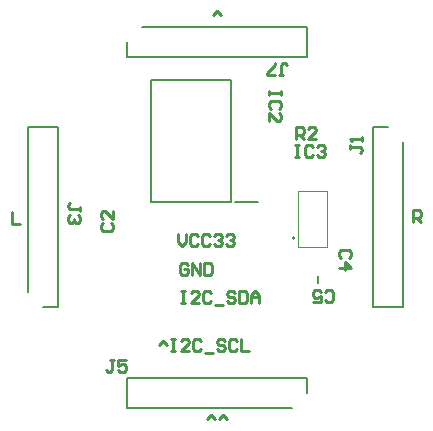
<source format=gbr>
G04*
G04 #@! TF.GenerationSoftware,Altium Limited,Altium Designer,25.8.1 (18)*
G04*
G04 Layer_Color=65535*
%FSLAX25Y25*%
%MOIN*%
G70*
G04*
G04 #@! TF.SameCoordinates,8B26A7FC-FD43-4694-A22A-0022FF1C5016*
G04*
G04*
G04 #@! TF.FilePolarity,Positive*
G04*
G01*
G75*
%ADD10C,0.00787*%
%ADD11C,0.00394*%
%ADD12C,0.01000*%
D10*
X419291Y308268D02*
G03*
X419291Y307480I0J-394D01*
G01*
D02*
G03*
X419291Y308268I0J394D01*
G01*
X371752Y319902D02*
X398524D01*
X371752D02*
Y360453D01*
X398524D01*
Y319902D02*
Y360453D01*
X399902Y320020D02*
X407579D01*
X363661Y251299D02*
X418661D01*
X363661D02*
Y261299D01*
X423661D01*
Y256299D02*
Y261299D01*
X330827Y290000D02*
Y345000D01*
X340827D01*
Y285000D02*
Y345000D01*
X335827Y285000D02*
X340827D01*
X455787Y284842D02*
Y339843D01*
X445787Y284842D02*
X455787D01*
X445787D02*
Y344843D01*
X450787D01*
X368661Y378228D02*
X423661D01*
Y368228D02*
Y378228D01*
X363661Y368228D02*
X423661D01*
X363661D02*
Y373228D01*
X427559Y292913D02*
Y295276D01*
D11*
X420866Y304724D02*
Y323622D01*
X430315D01*
Y304724D02*
Y323622D01*
X420866Y304724D02*
X430315D01*
D12*
X390370Y247457D02*
X391703Y248790D01*
X393036Y247457D01*
X394369D02*
X395702Y248790D01*
X397035Y247457D01*
X392339Y382102D02*
X393671Y383435D01*
X395004Y382102D01*
X459268Y313205D02*
Y317203D01*
X461267D01*
X461934Y316537D01*
Y315204D01*
X461267Y314538D01*
X459268D01*
X460601D02*
X461934Y313205D01*
X325410Y316416D02*
Y312417D01*
X328075D01*
X374622Y272170D02*
X375955Y273503D01*
X377288Y272170D01*
X378621Y274169D02*
X379954D01*
X379287D01*
Y270170D01*
X378621D01*
X379954D01*
X384619D02*
X381953D01*
X384619Y272836D01*
Y273503D01*
X383952Y274169D01*
X382620D01*
X381953Y273503D01*
X388617D02*
X387951Y274169D01*
X386618D01*
X385952Y273503D01*
Y270837D01*
X386618Y270170D01*
X387951D01*
X388617Y270837D01*
X389950Y269504D02*
X392616D01*
X396615Y273503D02*
X395949Y274169D01*
X394616D01*
X393949Y273503D01*
Y272836D01*
X394616Y272170D01*
X395949D01*
X396615Y271503D01*
Y270837D01*
X395949Y270170D01*
X394616D01*
X393949Y270837D01*
X400614Y273503D02*
X399947Y274169D01*
X398614D01*
X397948Y273503D01*
Y270837D01*
X398614Y270170D01*
X399947D01*
X400614Y270837D01*
X401947Y274169D02*
Y270170D01*
X404612D01*
X381709Y290311D02*
X383042D01*
X382375D01*
Y286312D01*
X381709D01*
X383042D01*
X387707D02*
X385041D01*
X387707Y288978D01*
Y289644D01*
X387040Y290311D01*
X385707D01*
X385041Y289644D01*
X391705D02*
X391039Y290311D01*
X389706D01*
X389040Y289644D01*
Y286979D01*
X389706Y286312D01*
X391039D01*
X391705Y286979D01*
X393038Y285646D02*
X395704D01*
X399703Y289644D02*
X399036Y290311D01*
X397704D01*
X397037Y289644D01*
Y288978D01*
X397704Y288312D01*
X399036D01*
X399703Y287645D01*
Y286979D01*
X399036Y286312D01*
X397704D01*
X397037Y286979D01*
X401036Y290311D02*
Y286312D01*
X403035D01*
X403702Y286979D01*
Y289644D01*
X403035Y290311D01*
X401036D01*
X405034Y286312D02*
Y288978D01*
X406367Y290311D01*
X407700Y288978D01*
Y286312D01*
Y288312D01*
X405034D01*
X383981Y298820D02*
X383314Y299487D01*
X381981D01*
X381315Y298820D01*
Y296155D01*
X381981Y295488D01*
X383314D01*
X383981Y296155D01*
Y297487D01*
X382648D01*
X385314Y295488D02*
Y299487D01*
X387980Y295488D01*
Y299487D01*
X389312D02*
Y295488D01*
X391312D01*
X391978Y296155D01*
Y298820D01*
X391312Y299487D01*
X389312D01*
X380921Y309329D02*
Y306664D01*
X382254Y305331D01*
X383587Y306664D01*
Y309329D01*
X387586Y308663D02*
X386919Y309329D01*
X385586D01*
X384920Y308663D01*
Y305997D01*
X385586Y305331D01*
X386919D01*
X387586Y305997D01*
X391584Y308663D02*
X390918Y309329D01*
X389585D01*
X388919Y308663D01*
Y305997D01*
X389585Y305331D01*
X390918D01*
X391584Y305997D01*
X392917Y308663D02*
X393584Y309329D01*
X394917D01*
X395583Y308663D01*
Y307997D01*
X394917Y307330D01*
X394250D01*
X394917D01*
X395583Y306664D01*
Y305997D01*
X394917Y305331D01*
X393584D01*
X392917Y305997D01*
X396916Y308663D02*
X397583Y309329D01*
X398916D01*
X399582Y308663D01*
Y307997D01*
X398916Y307330D01*
X398249D01*
X398916D01*
X399582Y306664D01*
Y305997D01*
X398916Y305331D01*
X397583D01*
X396916Y305997D01*
X359570Y267354D02*
X358237D01*
X358903D01*
Y264021D01*
X358237Y263355D01*
X357570D01*
X356904Y264021D01*
X363568Y267354D02*
X360903D01*
Y265354D01*
X362236Y266021D01*
X362902D01*
X363568Y265354D01*
Y264021D01*
X362902Y263355D01*
X361569D01*
X360903Y264021D01*
X414446Y362174D02*
X415779D01*
X415112D01*
Y365506D01*
X415779Y366173D01*
X416445D01*
X417112Y365506D01*
X413113Y362174D02*
X410447D01*
Y362840D01*
X413113Y365506D01*
Y366173D01*
X348062Y316729D02*
Y318062D01*
Y317396D01*
X344730D01*
X344064Y318062D01*
Y318729D01*
X344730Y319395D01*
X347396Y315396D02*
X348062Y314730D01*
Y313397D01*
X347396Y312731D01*
X346729D01*
X346063Y313397D01*
Y314064D01*
Y313397D01*
X345396Y312731D01*
X344730D01*
X344064Y313397D01*
Y314730D01*
X344730Y315396D01*
X438158Y338976D02*
Y337644D01*
Y338310D01*
X441490D01*
X442157Y337644D01*
Y336977D01*
X441490Y336311D01*
X442157Y340309D02*
Y341642D01*
Y340976D01*
X438158D01*
X438825Y340309D01*
X420290Y340914D02*
Y344913D01*
X422289D01*
X422956Y344246D01*
Y342913D01*
X422289Y342247D01*
X420290D01*
X421623D02*
X422956Y340914D01*
X426954D02*
X424289D01*
X426954Y343580D01*
Y344246D01*
X426288Y344913D01*
X424955D01*
X424289Y344246D01*
X419805Y339007D02*
X421138D01*
X420471D01*
Y335009D01*
X419805D01*
X421138D01*
X425803Y338341D02*
X425136Y339007D01*
X423804D01*
X423137Y338341D01*
Y335675D01*
X423804Y335009D01*
X425136D01*
X425803Y335675D01*
X427136Y338341D02*
X427802Y339007D01*
X429135D01*
X429802Y338341D01*
Y337674D01*
X429135Y337008D01*
X428469D01*
X429135D01*
X429802Y336341D01*
Y335675D01*
X429135Y335009D01*
X427802D01*
X427136Y335675D01*
X414992Y356967D02*
Y355634D01*
Y356300D01*
X410993D01*
Y356967D01*
Y355634D01*
X414325Y350969D02*
X414992Y351635D01*
Y352968D01*
X414325Y353635D01*
X411659D01*
X410993Y352968D01*
Y351635D01*
X411659Y350969D01*
X410993Y346970D02*
Y349636D01*
X413659Y346970D01*
X414325D01*
X414992Y347637D01*
Y348970D01*
X414325Y349636D01*
X437947Y301060D02*
X438614Y301727D01*
Y303060D01*
X437947Y303726D01*
X435281D01*
X434615Y303060D01*
Y301727D01*
X435281Y301060D01*
X434615Y297728D02*
X438614D01*
X436614Y299727D01*
Y297061D01*
X429800Y287250D02*
X430467Y286583D01*
X431800D01*
X432466Y287250D01*
Y289916D01*
X431800Y290582D01*
X430467D01*
X429800Y289916D01*
X425802Y286583D02*
X428467D01*
Y288583D01*
X427135Y287916D01*
X426468D01*
X425802Y288583D01*
Y289916D01*
X426468Y290582D01*
X427801D01*
X428467Y289916D01*
X355754Y312719D02*
X355087Y312053D01*
Y310720D01*
X355754Y310054D01*
X358419D01*
X359086Y310720D01*
Y312053D01*
X358419Y312719D01*
X359086Y316718D02*
Y314052D01*
X356420Y316718D01*
X355754D01*
X355087Y316052D01*
Y314719D01*
X355754Y314052D01*
M02*

</source>
